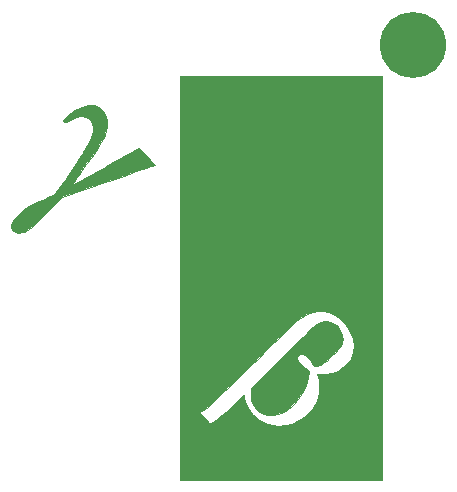
<source format=gtl>
G04 #@! TF.GenerationSoftware,KiCad,Pcbnew,(5.1.9)-1*
G04 #@! TF.CreationDate,2021-03-26T23:54:28-07:00*
G04 #@! TF.ProjectId,mole-diamond-keychain-alt_rotated,6d6f6c65-2d64-4696-916d-6f6e642d6b65,A*
G04 #@! TF.SameCoordinates,PX6d9f5PYfff9260b*
G04 #@! TF.FileFunction,Copper,L1,Top*
G04 #@! TF.FilePolarity,Positive*
%FSLAX46Y46*%
G04 Gerber Fmt 4.6, Leading zero omitted, Abs format (unit mm)*
G04 Created by KiCad (PCBNEW (5.1.9)-1) date 2021-03-26 23:54:28*
%MOMM*%
%LPD*%
G01*
G04 APERTURE LIST*
G04 #@! TA.AperFunction,EtchedComponent*
%ADD10C,0.010000*%
G04 #@! TD*
G04 #@! TA.AperFunction,ComponentPad*
%ADD11C,5.600000*%
G04 #@! TD*
G04 APERTURE END LIST*
D10*
G36*
X34603764Y419065D02*
G01*
X26072520Y419378D01*
X17541277Y419690D01*
X17541345Y7858681D01*
X19214487Y6185539D01*
X19199262Y6120677D01*
X19261157Y6018825D01*
X19416105Y5850130D01*
X19599355Y5665399D01*
X20073046Y5191708D01*
X20516435Y5496672D01*
X20737897Y5664308D01*
X21047000Y5919019D01*
X21408818Y6231042D01*
X21788427Y6570612D01*
X21940061Y6709926D01*
X22920297Y7618213D01*
X22952894Y7399377D01*
X23083732Y6881791D01*
X23325687Y6424023D01*
X23704804Y5977554D01*
X23729235Y5953268D01*
X24228838Y5524786D01*
X24726179Y5242883D01*
X25261686Y5090275D01*
X25843433Y5049318D01*
X26439718Y5086185D01*
X26951062Y5200486D01*
X27452044Y5412841D01*
X27742736Y5574487D01*
X28326146Y6009702D01*
X28783913Y6540061D01*
X29106508Y7144492D01*
X29284405Y7801920D01*
X29308076Y8491273D01*
X29246615Y8900931D01*
X29135587Y9406195D01*
X29769052Y9416307D01*
X30355215Y9478874D01*
X30860414Y9659004D01*
X31329032Y9976048D01*
X31575680Y10204140D01*
X31962898Y10698680D01*
X32191209Y11237182D01*
X32261208Y11806753D01*
X32173492Y12394505D01*
X31928655Y12987542D01*
X31527295Y13572975D01*
X31413894Y13704095D01*
X30862818Y14216621D01*
X30284829Y14563436D01*
X29686203Y14743899D01*
X29073214Y14757368D01*
X28452135Y14603200D01*
X27829240Y14280756D01*
X27571288Y14097073D01*
X27416075Y13963840D01*
X27154427Y13722984D01*
X26799255Y13387010D01*
X26363467Y12968425D01*
X25859975Y12479733D01*
X25301687Y11933438D01*
X24701516Y11342046D01*
X24072368Y10718063D01*
X23709272Y10356132D01*
X22924522Y9573917D01*
X22247498Y8902676D01*
X21667448Y8332407D01*
X21173622Y7853099D01*
X20755268Y7454747D01*
X20401637Y7127341D01*
X20101977Y6860875D01*
X19845537Y6645343D01*
X19621567Y6470735D01*
X19419316Y6327044D01*
X19290894Y6243268D01*
X19214487Y6185539D01*
X17541345Y7858681D01*
X17541589Y34604534D01*
X26072833Y34604221D01*
X34604077Y34603909D01*
X34603764Y419065D01*
G37*
X34603764Y419065D02*
X26072520Y419378D01*
X17541277Y419690D01*
X17541345Y7858681D01*
X19214487Y6185539D01*
X19199262Y6120677D01*
X19261157Y6018825D01*
X19416105Y5850130D01*
X19599355Y5665399D01*
X20073046Y5191708D01*
X20516435Y5496672D01*
X20737897Y5664308D01*
X21047000Y5919019D01*
X21408818Y6231042D01*
X21788427Y6570612D01*
X21940061Y6709926D01*
X22920297Y7618213D01*
X22952894Y7399377D01*
X23083732Y6881791D01*
X23325687Y6424023D01*
X23704804Y5977554D01*
X23729235Y5953268D01*
X24228838Y5524786D01*
X24726179Y5242883D01*
X25261686Y5090275D01*
X25843433Y5049318D01*
X26439718Y5086185D01*
X26951062Y5200486D01*
X27452044Y5412841D01*
X27742736Y5574487D01*
X28326146Y6009702D01*
X28783913Y6540061D01*
X29106508Y7144492D01*
X29284405Y7801920D01*
X29308076Y8491273D01*
X29246615Y8900931D01*
X29135587Y9406195D01*
X29769052Y9416307D01*
X30355215Y9478874D01*
X30860414Y9659004D01*
X31329032Y9976048D01*
X31575680Y10204140D01*
X31962898Y10698680D01*
X32191209Y11237182D01*
X32261208Y11806753D01*
X32173492Y12394505D01*
X31928655Y12987542D01*
X31527295Y13572975D01*
X31413894Y13704095D01*
X30862818Y14216621D01*
X30284829Y14563436D01*
X29686203Y14743899D01*
X29073214Y14757368D01*
X28452135Y14603200D01*
X27829240Y14280756D01*
X27571288Y14097073D01*
X27416075Y13963840D01*
X27154427Y13722984D01*
X26799255Y13387010D01*
X26363467Y12968425D01*
X25859975Y12479733D01*
X25301687Y11933438D01*
X24701516Y11342046D01*
X24072368Y10718063D01*
X23709272Y10356132D01*
X22924522Y9573917D01*
X22247498Y8902676D01*
X21667448Y8332407D01*
X21173622Y7853099D01*
X20755268Y7454747D01*
X20401637Y7127341D01*
X20101977Y6860875D01*
X19845537Y6645343D01*
X19621567Y6470735D01*
X19419316Y6327044D01*
X19290894Y6243268D01*
X19214487Y6185539D01*
X17541345Y7858681D01*
X17541589Y34604534D01*
X26072833Y34604221D01*
X34604077Y34603909D01*
X34603764Y419065D01*
G36*
X11250312Y31293655D02*
G01*
X11363411Y30817651D01*
X11335734Y30285023D01*
X11163509Y29713284D01*
X11128327Y29632614D01*
X10951232Y29288378D01*
X10688010Y28839587D01*
X10357311Y28314709D01*
X9977787Y27742210D01*
X9568090Y27150559D01*
X9146871Y26568223D01*
X8938959Y26291008D01*
X8697444Y25965174D01*
X8510453Y25696984D01*
X8393092Y25509436D01*
X8360476Y25425528D01*
X8369207Y25423920D01*
X8467655Y25471821D01*
X8697028Y25592517D01*
X9040151Y25776697D01*
X9479853Y26015050D01*
X9998963Y26298265D01*
X10580305Y26617032D01*
X11206711Y26962039D01*
X11243763Y26982492D01*
X14001712Y28505133D01*
X15357845Y27149001D01*
X15078688Y27039013D01*
X14942385Y26988830D01*
X14663710Y26889107D01*
X14260193Y26746022D01*
X13749365Y26565752D01*
X13148757Y26354477D01*
X12475900Y26118375D01*
X11748324Y25863623D01*
X11160999Y25658350D01*
X7522468Y24387675D01*
X6139893Y23016304D01*
X5645257Y22529048D01*
X5249268Y22149865D01*
X4932876Y21865077D01*
X4677034Y21661015D01*
X4462693Y21524003D01*
X4270804Y21440368D01*
X4082319Y21396438D01*
X3878190Y21378538D01*
X3857130Y21377689D01*
X3532021Y21434501D01*
X3302503Y21618945D01*
X3193035Y21910965D01*
X3191617Y21923464D01*
X3240941Y22224259D01*
X3436821Y22558031D01*
X3762864Y22911686D01*
X4202682Y23272136D01*
X4739881Y23626285D01*
X5358074Y23961044D01*
X6040867Y24263318D01*
X6196319Y24323478D01*
X6502942Y24453461D01*
X6763321Y24589168D01*
X6914910Y24696117D01*
X7044846Y24850069D01*
X7249073Y25121047D01*
X7510199Y25483711D01*
X7810832Y25912723D01*
X8133578Y26382744D01*
X8461045Y26868435D01*
X8775840Y27344454D01*
X9060570Y27785467D01*
X9297844Y28166130D01*
X9306419Y28180267D01*
X9692015Y28857397D01*
X9960396Y29428170D01*
X10114228Y29905827D01*
X10156174Y30303605D01*
X10088897Y30634744D01*
X9915059Y30912484D01*
X9866454Y30964076D01*
X9525122Y31199445D01*
X9135008Y31273769D01*
X8699072Y31187240D01*
X8220274Y30940047D01*
X8089696Y30849894D01*
X7885335Y30723509D01*
X7752867Y30708045D01*
X7676879Y30758916D01*
X7624965Y30827053D01*
X7632618Y30900759D01*
X7719768Y31009146D01*
X7906342Y31181326D01*
X8053962Y31309794D01*
X8644894Y31754329D01*
X9208153Y32044988D01*
X9737185Y32179990D01*
X10225433Y32157555D01*
X10616889Y32005742D01*
X11000214Y31695522D01*
X11250312Y31293655D01*
G37*
X11250312Y31293655D02*
X11363411Y30817651D01*
X11335734Y30285023D01*
X11163509Y29713284D01*
X11128327Y29632614D01*
X10951232Y29288378D01*
X10688010Y28839587D01*
X10357311Y28314709D01*
X9977787Y27742210D01*
X9568090Y27150559D01*
X9146871Y26568223D01*
X8938959Y26291008D01*
X8697444Y25965174D01*
X8510453Y25696984D01*
X8393092Y25509436D01*
X8360476Y25425528D01*
X8369207Y25423920D01*
X8467655Y25471821D01*
X8697028Y25592517D01*
X9040151Y25776697D01*
X9479853Y26015050D01*
X9998963Y26298265D01*
X10580305Y26617032D01*
X11206711Y26962039D01*
X11243763Y26982492D01*
X14001712Y28505133D01*
X15357845Y27149001D01*
X15078688Y27039013D01*
X14942385Y26988830D01*
X14663710Y26889107D01*
X14260193Y26746022D01*
X13749365Y26565752D01*
X13148757Y26354477D01*
X12475900Y26118375D01*
X11748324Y25863623D01*
X11160999Y25658350D01*
X7522468Y24387675D01*
X6139893Y23016304D01*
X5645257Y22529048D01*
X5249268Y22149865D01*
X4932876Y21865077D01*
X4677034Y21661015D01*
X4462693Y21524003D01*
X4270804Y21440368D01*
X4082319Y21396438D01*
X3878190Y21378538D01*
X3857130Y21377689D01*
X3532021Y21434501D01*
X3302503Y21618945D01*
X3193035Y21910965D01*
X3191617Y21923464D01*
X3240941Y22224259D01*
X3436821Y22558031D01*
X3762864Y22911686D01*
X4202682Y23272136D01*
X4739881Y23626285D01*
X5358074Y23961044D01*
X6040867Y24263318D01*
X6196319Y24323478D01*
X6502942Y24453461D01*
X6763321Y24589168D01*
X6914910Y24696117D01*
X7044846Y24850069D01*
X7249073Y25121047D01*
X7510199Y25483711D01*
X7810832Y25912723D01*
X8133578Y26382744D01*
X8461045Y26868435D01*
X8775840Y27344454D01*
X9060570Y27785467D01*
X9297844Y28166130D01*
X9306419Y28180267D01*
X9692015Y28857397D01*
X9960396Y29428170D01*
X10114228Y29905827D01*
X10156174Y30303605D01*
X10088897Y30634744D01*
X9915059Y30912484D01*
X9866454Y30964076D01*
X9525122Y31199445D01*
X9135008Y31273769D01*
X8699072Y31187240D01*
X8220274Y30940047D01*
X8089696Y30849894D01*
X7885335Y30723509D01*
X7752867Y30708045D01*
X7676879Y30758916D01*
X7624965Y30827053D01*
X7632618Y30900759D01*
X7719768Y31009146D01*
X7906342Y31181326D01*
X8053962Y31309794D01*
X8644894Y31754329D01*
X9208153Y32044988D01*
X9737185Y32179990D01*
X10225433Y32157555D01*
X10616889Y32005742D01*
X11000214Y31695522D01*
X11250312Y31293655D01*
G36*
X31089003Y13149789D02*
G01*
X31259364Y12734456D01*
X31268599Y12270473D01*
X31251649Y12173187D01*
X31208568Y11992137D01*
X31147846Y11840253D01*
X31046084Y11684509D01*
X30879886Y11491882D01*
X30625854Y11229346D01*
X30477375Y11080321D01*
X30156999Y10766170D01*
X29914777Y10548733D01*
X29713910Y10400384D01*
X29517600Y10293498D01*
X29321632Y10212641D01*
X29051438Y10120900D01*
X28891219Y10101274D01*
X28798299Y10152596D01*
X28767660Y10197485D01*
X28663168Y10356190D01*
X28499175Y10581388D01*
X28402180Y10707863D01*
X28154689Y10957026D01*
X27905686Y11098592D01*
X27683561Y11133474D01*
X27516700Y11062586D01*
X27433492Y10886840D01*
X27445029Y10677050D01*
X27502588Y10512726D01*
X27622654Y10347038D01*
X27836710Y10140873D01*
X27966552Y10029141D01*
X28435587Y9633221D01*
X28343548Y9160400D01*
X28145680Y8472172D01*
X27817071Y7805925D01*
X27498428Y7329821D01*
X27035747Y6797109D01*
X26536890Y6391008D01*
X26019503Y6113132D01*
X25501223Y5965092D01*
X24999695Y5948502D01*
X24532560Y6064974D01*
X24117460Y6316120D01*
X23772038Y6703554D01*
X23618238Y6975130D01*
X23530764Y7253494D01*
X23482393Y7596736D01*
X23478791Y7769260D01*
X23494105Y8239204D01*
X26250166Y10959714D01*
X26902378Y11602972D01*
X27446049Y12137455D01*
X27892749Y12573754D01*
X28254046Y12922457D01*
X28541508Y13194156D01*
X28766703Y13399440D01*
X28941198Y13548898D01*
X29076564Y13653122D01*
X29184368Y13722699D01*
X29276176Y13768220D01*
X29347308Y13794914D01*
X29834825Y13876919D01*
X30299809Y13792577D01*
X30727875Y13544680D01*
X30755596Y13521687D01*
X31089003Y13149789D01*
G37*
X31089003Y13149789D02*
X31259364Y12734456D01*
X31268599Y12270473D01*
X31251649Y12173187D01*
X31208568Y11992137D01*
X31147846Y11840253D01*
X31046084Y11684509D01*
X30879886Y11491882D01*
X30625854Y11229346D01*
X30477375Y11080321D01*
X30156999Y10766170D01*
X29914777Y10548733D01*
X29713910Y10400384D01*
X29517600Y10293498D01*
X29321632Y10212641D01*
X29051438Y10120900D01*
X28891219Y10101274D01*
X28798299Y10152596D01*
X28767660Y10197485D01*
X28663168Y10356190D01*
X28499175Y10581388D01*
X28402180Y10707863D01*
X28154689Y10957026D01*
X27905686Y11098592D01*
X27683561Y11133474D01*
X27516700Y11062586D01*
X27433492Y10886840D01*
X27445029Y10677050D01*
X27502588Y10512726D01*
X27622654Y10347038D01*
X27836710Y10140873D01*
X27966552Y10029141D01*
X28435587Y9633221D01*
X28343548Y9160400D01*
X28145680Y8472172D01*
X27817071Y7805925D01*
X27498428Y7329821D01*
X27035747Y6797109D01*
X26536890Y6391008D01*
X26019503Y6113132D01*
X25501223Y5965092D01*
X24999695Y5948502D01*
X24532560Y6064974D01*
X24117460Y6316120D01*
X23772038Y6703554D01*
X23618238Y6975130D01*
X23530764Y7253494D01*
X23482393Y7596736D01*
X23478791Y7769260D01*
X23494105Y8239204D01*
X26250166Y10959714D01*
X26902378Y11602972D01*
X27446049Y12137455D01*
X27892749Y12573754D01*
X28254046Y12922457D01*
X28541508Y13194156D01*
X28766703Y13399440D01*
X28941198Y13548898D01*
X29076564Y13653122D01*
X29184368Y13722699D01*
X29276176Y13768220D01*
X29347308Y13794914D01*
X29834825Y13876919D01*
X30299809Y13792577D01*
X30727875Y13544680D01*
X30755596Y13521687D01*
X31089003Y13149789D01*
D11*
X37268063Y37268070D03*
M02*

</source>
